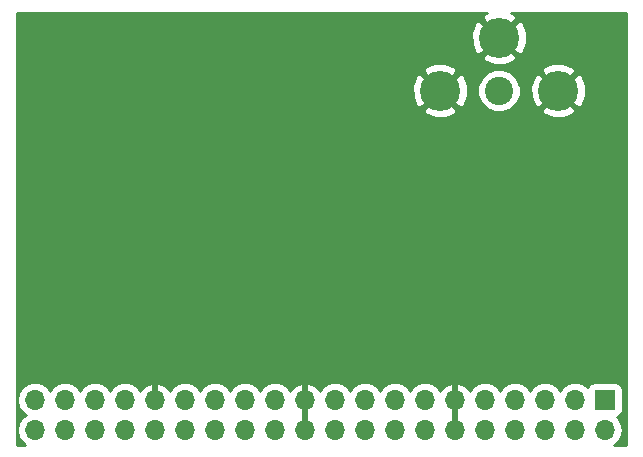
<source format=gbr>
G04 #@! TF.GenerationSoftware,KiCad,Pcbnew,(5.0.0-rc2-dev-321-g78161b592)*
G04 #@! TF.CreationDate,2018-04-15T21:01:50-04:00*
G04 #@! TF.ProjectId,VideoDACRAM,566964656F44414352414D2E6B696361,rev?*
G04 #@! TF.SameCoordinates,Original*
G04 #@! TF.FileFunction,Copper,L2,Bot,Signal*
G04 #@! TF.FilePolarity,Positive*
%FSLAX46Y46*%
G04 Gerber Fmt 4.6, Leading zero omitted, Abs format (unit mm)*
G04 Created by KiCad (PCBNEW (5.0.0-rc2-dev-321-g78161b592)) date 04/15/18 21:01:50*
%MOMM*%
%LPD*%
G01*
G04 APERTURE LIST*
%ADD10C,2.400000*%
%ADD11C,3.400000*%
%ADD12R,1.700000X1.700000*%
%ADD13O,1.700000X1.700000*%
%ADD14C,0.381000*%
%ADD15C,0.800000*%
%ADD16C,0.254000*%
G04 APERTURE END LIST*
D10*
X129540000Y-57332000D03*
D11*
X129540000Y-52832000D03*
X134540000Y-57332000D03*
X124540000Y-57332000D03*
D12*
X138500000Y-83500000D03*
D13*
X138500000Y-86040000D03*
X135960000Y-83500000D03*
X135960000Y-86040000D03*
X133420000Y-83500000D03*
X133420000Y-86040000D03*
X130880000Y-83500000D03*
X130880000Y-86040000D03*
X128340000Y-83500000D03*
X128340000Y-86040000D03*
X125800000Y-83500000D03*
X125800000Y-86040000D03*
X123260000Y-83500000D03*
X123260000Y-86040000D03*
X120720000Y-83500000D03*
X120720000Y-86040000D03*
X118180000Y-83500000D03*
X118180000Y-86040000D03*
X115640000Y-83500000D03*
X115640000Y-86040000D03*
X113100000Y-83500000D03*
X113100000Y-86040000D03*
X110560000Y-83500000D03*
X110560000Y-86040000D03*
X108020000Y-83500000D03*
X108020000Y-86040000D03*
X105480000Y-83500000D03*
X105480000Y-86040000D03*
X102940000Y-83500000D03*
X102940000Y-86040000D03*
X100400000Y-83500000D03*
X100400000Y-86040000D03*
X97860000Y-83500000D03*
X97860000Y-86040000D03*
X95320000Y-83500000D03*
X95320000Y-86040000D03*
X92780000Y-83500000D03*
X92780000Y-86040000D03*
X90240000Y-83500000D03*
X90240000Y-86040000D03*
D14*
X127508000Y-71628000D03*
X137922000Y-70612000D03*
X135114000Y-69582000D03*
X128016000Y-67056000D03*
D15*
X102300000Y-71600000D03*
X101385000Y-69685000D03*
X121955000Y-67445000D03*
X120100000Y-65300000D03*
D16*
G36*
X128245371Y-50834030D02*
X128061183Y-51173578D01*
X129540000Y-52652395D01*
X131018817Y-51173578D01*
X130834629Y-50834030D01*
X130522830Y-50710000D01*
X140290001Y-50710000D01*
X140290000Y-87290000D01*
X139302171Y-87290000D01*
X139570625Y-87110625D01*
X139898839Y-86619418D01*
X140014092Y-86040000D01*
X139898839Y-85460582D01*
X139570625Y-84969375D01*
X139552381Y-84957184D01*
X139597765Y-84948157D01*
X139807809Y-84807809D01*
X139948157Y-84597765D01*
X139997440Y-84350000D01*
X139997440Y-82650000D01*
X139948157Y-82402235D01*
X139807809Y-82192191D01*
X139597765Y-82051843D01*
X139350000Y-82002560D01*
X137650000Y-82002560D01*
X137402235Y-82051843D01*
X137192191Y-82192191D01*
X137051843Y-82402235D01*
X137042816Y-82447619D01*
X137030625Y-82429375D01*
X136539418Y-82101161D01*
X136106256Y-82015000D01*
X135813744Y-82015000D01*
X135380582Y-82101161D01*
X134889375Y-82429375D01*
X134690000Y-82727761D01*
X134490625Y-82429375D01*
X133999418Y-82101161D01*
X133566256Y-82015000D01*
X133273744Y-82015000D01*
X132840582Y-82101161D01*
X132349375Y-82429375D01*
X132150000Y-82727761D01*
X131950625Y-82429375D01*
X131459418Y-82101161D01*
X131026256Y-82015000D01*
X130733744Y-82015000D01*
X130300582Y-82101161D01*
X129809375Y-82429375D01*
X129610000Y-82727761D01*
X129410625Y-82429375D01*
X128919418Y-82101161D01*
X128486256Y-82015000D01*
X128193744Y-82015000D01*
X127760582Y-82101161D01*
X127269375Y-82429375D01*
X127056157Y-82748478D01*
X126995183Y-82618642D01*
X126566924Y-82228355D01*
X126156890Y-82058524D01*
X125927000Y-82179845D01*
X125927000Y-83373000D01*
X125947000Y-83373000D01*
X125947000Y-83627000D01*
X125927000Y-83627000D01*
X125927000Y-85913000D01*
X125947000Y-85913000D01*
X125947000Y-86167000D01*
X125927000Y-86167000D01*
X125927000Y-86187000D01*
X125673000Y-86187000D01*
X125673000Y-86167000D01*
X125653000Y-86167000D01*
X125653000Y-85913000D01*
X125673000Y-85913000D01*
X125673000Y-83627000D01*
X125653000Y-83627000D01*
X125653000Y-83373000D01*
X125673000Y-83373000D01*
X125673000Y-82179845D01*
X125443110Y-82058524D01*
X125033076Y-82228355D01*
X124604817Y-82618642D01*
X124543843Y-82748478D01*
X124330625Y-82429375D01*
X123839418Y-82101161D01*
X123406256Y-82015000D01*
X123113744Y-82015000D01*
X122680582Y-82101161D01*
X122189375Y-82429375D01*
X121990000Y-82727761D01*
X121790625Y-82429375D01*
X121299418Y-82101161D01*
X120866256Y-82015000D01*
X120573744Y-82015000D01*
X120140582Y-82101161D01*
X119649375Y-82429375D01*
X119450000Y-82727761D01*
X119250625Y-82429375D01*
X118759418Y-82101161D01*
X118326256Y-82015000D01*
X118033744Y-82015000D01*
X117600582Y-82101161D01*
X117109375Y-82429375D01*
X116910000Y-82727761D01*
X116710625Y-82429375D01*
X116219418Y-82101161D01*
X115786256Y-82015000D01*
X115493744Y-82015000D01*
X115060582Y-82101161D01*
X114569375Y-82429375D01*
X114356157Y-82748478D01*
X114295183Y-82618642D01*
X113866924Y-82228355D01*
X113456890Y-82058524D01*
X113227000Y-82179845D01*
X113227000Y-83373000D01*
X113247000Y-83373000D01*
X113247000Y-83627000D01*
X113227000Y-83627000D01*
X113227000Y-85913000D01*
X113247000Y-85913000D01*
X113247000Y-86167000D01*
X113227000Y-86167000D01*
X113227000Y-86187000D01*
X112973000Y-86187000D01*
X112973000Y-86167000D01*
X112953000Y-86167000D01*
X112953000Y-85913000D01*
X112973000Y-85913000D01*
X112973000Y-83627000D01*
X112953000Y-83627000D01*
X112953000Y-83373000D01*
X112973000Y-83373000D01*
X112973000Y-82179845D01*
X112743110Y-82058524D01*
X112333076Y-82228355D01*
X111904817Y-82618642D01*
X111843843Y-82748478D01*
X111630625Y-82429375D01*
X111139418Y-82101161D01*
X110706256Y-82015000D01*
X110413744Y-82015000D01*
X109980582Y-82101161D01*
X109489375Y-82429375D01*
X109290000Y-82727761D01*
X109090625Y-82429375D01*
X108599418Y-82101161D01*
X108166256Y-82015000D01*
X107873744Y-82015000D01*
X107440582Y-82101161D01*
X106949375Y-82429375D01*
X106750000Y-82727761D01*
X106550625Y-82429375D01*
X106059418Y-82101161D01*
X105626256Y-82015000D01*
X105333744Y-82015000D01*
X104900582Y-82101161D01*
X104409375Y-82429375D01*
X104210000Y-82727761D01*
X104010625Y-82429375D01*
X103519418Y-82101161D01*
X103086256Y-82015000D01*
X102793744Y-82015000D01*
X102360582Y-82101161D01*
X101869375Y-82429375D01*
X101656157Y-82748478D01*
X101595183Y-82618642D01*
X101166924Y-82228355D01*
X100756890Y-82058524D01*
X100527000Y-82179845D01*
X100527000Y-83373000D01*
X100547000Y-83373000D01*
X100547000Y-83627000D01*
X100527000Y-83627000D01*
X100527000Y-83647000D01*
X100273000Y-83647000D01*
X100273000Y-83627000D01*
X100253000Y-83627000D01*
X100253000Y-83373000D01*
X100273000Y-83373000D01*
X100273000Y-82179845D01*
X100043110Y-82058524D01*
X99633076Y-82228355D01*
X99204817Y-82618642D01*
X99143843Y-82748478D01*
X98930625Y-82429375D01*
X98439418Y-82101161D01*
X98006256Y-82015000D01*
X97713744Y-82015000D01*
X97280582Y-82101161D01*
X96789375Y-82429375D01*
X96590000Y-82727761D01*
X96390625Y-82429375D01*
X95899418Y-82101161D01*
X95466256Y-82015000D01*
X95173744Y-82015000D01*
X94740582Y-82101161D01*
X94249375Y-82429375D01*
X94050000Y-82727761D01*
X93850625Y-82429375D01*
X93359418Y-82101161D01*
X92926256Y-82015000D01*
X92633744Y-82015000D01*
X92200582Y-82101161D01*
X91709375Y-82429375D01*
X91510000Y-82727761D01*
X91310625Y-82429375D01*
X90819418Y-82101161D01*
X90386256Y-82015000D01*
X90093744Y-82015000D01*
X89660582Y-82101161D01*
X89169375Y-82429375D01*
X88841161Y-82920582D01*
X88725908Y-83500000D01*
X88841161Y-84079418D01*
X89169375Y-84570625D01*
X89467761Y-84770000D01*
X89169375Y-84969375D01*
X88841161Y-85460582D01*
X88725908Y-86040000D01*
X88841161Y-86619418D01*
X89169375Y-87110625D01*
X89437829Y-87290000D01*
X88710000Y-87290000D01*
X88710000Y-58990422D01*
X123061183Y-58990422D01*
X123245371Y-59329970D01*
X124108509Y-59673316D01*
X125037336Y-59660218D01*
X125834629Y-59329970D01*
X126018817Y-58990422D01*
X124540000Y-57511605D01*
X123061183Y-58990422D01*
X88710000Y-58990422D01*
X88710000Y-56900509D01*
X122198684Y-56900509D01*
X122211782Y-57829336D01*
X122542030Y-58626629D01*
X122881578Y-58810817D01*
X124360395Y-57332000D01*
X124719605Y-57332000D01*
X126198422Y-58810817D01*
X126537970Y-58626629D01*
X126881316Y-57763491D01*
X126870085Y-56966996D01*
X127705000Y-56966996D01*
X127705000Y-57697004D01*
X127984362Y-58371444D01*
X128500556Y-58887638D01*
X129174996Y-59167000D01*
X129905004Y-59167000D01*
X130331301Y-58990422D01*
X133061183Y-58990422D01*
X133245371Y-59329970D01*
X134108509Y-59673316D01*
X135037336Y-59660218D01*
X135834629Y-59329970D01*
X136018817Y-58990422D01*
X134540000Y-57511605D01*
X133061183Y-58990422D01*
X130331301Y-58990422D01*
X130579444Y-58887638D01*
X131095638Y-58371444D01*
X131375000Y-57697004D01*
X131375000Y-56966996D01*
X131347461Y-56900509D01*
X132198684Y-56900509D01*
X132211782Y-57829336D01*
X132542030Y-58626629D01*
X132881578Y-58810817D01*
X134360395Y-57332000D01*
X134719605Y-57332000D01*
X136198422Y-58810817D01*
X136537970Y-58626629D01*
X136881316Y-57763491D01*
X136868218Y-56834664D01*
X136537970Y-56037371D01*
X136198422Y-55853183D01*
X134719605Y-57332000D01*
X134360395Y-57332000D01*
X132881578Y-55853183D01*
X132542030Y-56037371D01*
X132198684Y-56900509D01*
X131347461Y-56900509D01*
X131095638Y-56292556D01*
X130579444Y-55776362D01*
X130331302Y-55673578D01*
X133061183Y-55673578D01*
X134540000Y-57152395D01*
X136018817Y-55673578D01*
X135834629Y-55334030D01*
X134971491Y-54990684D01*
X134042664Y-55003782D01*
X133245371Y-55334030D01*
X133061183Y-55673578D01*
X130331302Y-55673578D01*
X129905004Y-55497000D01*
X129174996Y-55497000D01*
X128500556Y-55776362D01*
X127984362Y-56292556D01*
X127705000Y-56966996D01*
X126870085Y-56966996D01*
X126868218Y-56834664D01*
X126537970Y-56037371D01*
X126198422Y-55853183D01*
X124719605Y-57332000D01*
X124360395Y-57332000D01*
X122881578Y-55853183D01*
X122542030Y-56037371D01*
X122198684Y-56900509D01*
X88710000Y-56900509D01*
X88710000Y-55673578D01*
X123061183Y-55673578D01*
X124540000Y-57152395D01*
X126018817Y-55673578D01*
X125834629Y-55334030D01*
X124971491Y-54990684D01*
X124042664Y-55003782D01*
X123245371Y-55334030D01*
X123061183Y-55673578D01*
X88710000Y-55673578D01*
X88710000Y-54490422D01*
X128061183Y-54490422D01*
X128245371Y-54829970D01*
X129108509Y-55173316D01*
X130037336Y-55160218D01*
X130834629Y-54829970D01*
X131018817Y-54490422D01*
X129540000Y-53011605D01*
X128061183Y-54490422D01*
X88710000Y-54490422D01*
X88710000Y-52400509D01*
X127198684Y-52400509D01*
X127211782Y-53329336D01*
X127542030Y-54126629D01*
X127881578Y-54310817D01*
X129360395Y-52832000D01*
X129719605Y-52832000D01*
X131198422Y-54310817D01*
X131537970Y-54126629D01*
X131881316Y-53263491D01*
X131868218Y-52334664D01*
X131537970Y-51537371D01*
X131198422Y-51353183D01*
X129719605Y-52832000D01*
X129360395Y-52832000D01*
X127881578Y-51353183D01*
X127542030Y-51537371D01*
X127198684Y-52400509D01*
X88710000Y-52400509D01*
X88710000Y-50710000D01*
X128544807Y-50710000D01*
X128245371Y-50834030D01*
X128245371Y-50834030D01*
G37*
X128245371Y-50834030D02*
X128061183Y-51173578D01*
X129540000Y-52652395D01*
X131018817Y-51173578D01*
X130834629Y-50834030D01*
X130522830Y-50710000D01*
X140290001Y-50710000D01*
X140290000Y-87290000D01*
X139302171Y-87290000D01*
X139570625Y-87110625D01*
X139898839Y-86619418D01*
X140014092Y-86040000D01*
X139898839Y-85460582D01*
X139570625Y-84969375D01*
X139552381Y-84957184D01*
X139597765Y-84948157D01*
X139807809Y-84807809D01*
X139948157Y-84597765D01*
X139997440Y-84350000D01*
X139997440Y-82650000D01*
X139948157Y-82402235D01*
X139807809Y-82192191D01*
X139597765Y-82051843D01*
X139350000Y-82002560D01*
X137650000Y-82002560D01*
X137402235Y-82051843D01*
X137192191Y-82192191D01*
X137051843Y-82402235D01*
X137042816Y-82447619D01*
X137030625Y-82429375D01*
X136539418Y-82101161D01*
X136106256Y-82015000D01*
X135813744Y-82015000D01*
X135380582Y-82101161D01*
X134889375Y-82429375D01*
X134690000Y-82727761D01*
X134490625Y-82429375D01*
X133999418Y-82101161D01*
X133566256Y-82015000D01*
X133273744Y-82015000D01*
X132840582Y-82101161D01*
X132349375Y-82429375D01*
X132150000Y-82727761D01*
X131950625Y-82429375D01*
X131459418Y-82101161D01*
X131026256Y-82015000D01*
X130733744Y-82015000D01*
X130300582Y-82101161D01*
X129809375Y-82429375D01*
X129610000Y-82727761D01*
X129410625Y-82429375D01*
X128919418Y-82101161D01*
X128486256Y-82015000D01*
X128193744Y-82015000D01*
X127760582Y-82101161D01*
X127269375Y-82429375D01*
X127056157Y-82748478D01*
X126995183Y-82618642D01*
X126566924Y-82228355D01*
X126156890Y-82058524D01*
X125927000Y-82179845D01*
X125927000Y-83373000D01*
X125947000Y-83373000D01*
X125947000Y-83627000D01*
X125927000Y-83627000D01*
X125927000Y-85913000D01*
X125947000Y-85913000D01*
X125947000Y-86167000D01*
X125927000Y-86167000D01*
X125927000Y-86187000D01*
X125673000Y-86187000D01*
X125673000Y-86167000D01*
X125653000Y-86167000D01*
X125653000Y-85913000D01*
X125673000Y-85913000D01*
X125673000Y-83627000D01*
X125653000Y-83627000D01*
X125653000Y-83373000D01*
X125673000Y-83373000D01*
X125673000Y-82179845D01*
X125443110Y-82058524D01*
X125033076Y-82228355D01*
X124604817Y-82618642D01*
X124543843Y-82748478D01*
X124330625Y-82429375D01*
X123839418Y-82101161D01*
X123406256Y-82015000D01*
X123113744Y-82015000D01*
X122680582Y-82101161D01*
X122189375Y-82429375D01*
X121990000Y-82727761D01*
X121790625Y-82429375D01*
X121299418Y-82101161D01*
X120866256Y-82015000D01*
X120573744Y-82015000D01*
X120140582Y-82101161D01*
X119649375Y-82429375D01*
X119450000Y-82727761D01*
X119250625Y-82429375D01*
X118759418Y-82101161D01*
X118326256Y-82015000D01*
X118033744Y-82015000D01*
X117600582Y-82101161D01*
X117109375Y-82429375D01*
X116910000Y-82727761D01*
X116710625Y-82429375D01*
X116219418Y-82101161D01*
X115786256Y-82015000D01*
X115493744Y-82015000D01*
X115060582Y-82101161D01*
X114569375Y-82429375D01*
X114356157Y-82748478D01*
X114295183Y-82618642D01*
X113866924Y-82228355D01*
X113456890Y-82058524D01*
X113227000Y-82179845D01*
X113227000Y-83373000D01*
X113247000Y-83373000D01*
X113247000Y-83627000D01*
X113227000Y-83627000D01*
X113227000Y-85913000D01*
X113247000Y-85913000D01*
X113247000Y-86167000D01*
X113227000Y-86167000D01*
X113227000Y-86187000D01*
X112973000Y-86187000D01*
X112973000Y-86167000D01*
X112953000Y-86167000D01*
X112953000Y-85913000D01*
X112973000Y-85913000D01*
X112973000Y-83627000D01*
X112953000Y-83627000D01*
X112953000Y-83373000D01*
X112973000Y-83373000D01*
X112973000Y-82179845D01*
X112743110Y-82058524D01*
X112333076Y-82228355D01*
X111904817Y-82618642D01*
X111843843Y-82748478D01*
X111630625Y-82429375D01*
X111139418Y-82101161D01*
X110706256Y-82015000D01*
X110413744Y-82015000D01*
X109980582Y-82101161D01*
X109489375Y-82429375D01*
X109290000Y-82727761D01*
X109090625Y-82429375D01*
X108599418Y-82101161D01*
X108166256Y-82015000D01*
X107873744Y-82015000D01*
X107440582Y-82101161D01*
X106949375Y-82429375D01*
X106750000Y-82727761D01*
X106550625Y-82429375D01*
X106059418Y-82101161D01*
X105626256Y-82015000D01*
X105333744Y-82015000D01*
X104900582Y-82101161D01*
X104409375Y-82429375D01*
X104210000Y-82727761D01*
X104010625Y-82429375D01*
X103519418Y-82101161D01*
X103086256Y-82015000D01*
X102793744Y-82015000D01*
X102360582Y-82101161D01*
X101869375Y-82429375D01*
X101656157Y-82748478D01*
X101595183Y-82618642D01*
X101166924Y-82228355D01*
X100756890Y-82058524D01*
X100527000Y-82179845D01*
X100527000Y-83373000D01*
X100547000Y-83373000D01*
X100547000Y-83627000D01*
X100527000Y-83627000D01*
X100527000Y-83647000D01*
X100273000Y-83647000D01*
X100273000Y-83627000D01*
X100253000Y-83627000D01*
X100253000Y-83373000D01*
X100273000Y-83373000D01*
X100273000Y-82179845D01*
X100043110Y-82058524D01*
X99633076Y-82228355D01*
X99204817Y-82618642D01*
X99143843Y-82748478D01*
X98930625Y-82429375D01*
X98439418Y-82101161D01*
X98006256Y-82015000D01*
X97713744Y-82015000D01*
X97280582Y-82101161D01*
X96789375Y-82429375D01*
X96590000Y-82727761D01*
X96390625Y-82429375D01*
X95899418Y-82101161D01*
X95466256Y-82015000D01*
X95173744Y-82015000D01*
X94740582Y-82101161D01*
X94249375Y-82429375D01*
X94050000Y-82727761D01*
X93850625Y-82429375D01*
X93359418Y-82101161D01*
X92926256Y-82015000D01*
X92633744Y-82015000D01*
X92200582Y-82101161D01*
X91709375Y-82429375D01*
X91510000Y-82727761D01*
X91310625Y-82429375D01*
X90819418Y-82101161D01*
X90386256Y-82015000D01*
X90093744Y-82015000D01*
X89660582Y-82101161D01*
X89169375Y-82429375D01*
X88841161Y-82920582D01*
X88725908Y-83500000D01*
X88841161Y-84079418D01*
X89169375Y-84570625D01*
X89467761Y-84770000D01*
X89169375Y-84969375D01*
X88841161Y-85460582D01*
X88725908Y-86040000D01*
X88841161Y-86619418D01*
X89169375Y-87110625D01*
X89437829Y-87290000D01*
X88710000Y-87290000D01*
X88710000Y-58990422D01*
X123061183Y-58990422D01*
X123245371Y-59329970D01*
X124108509Y-59673316D01*
X125037336Y-59660218D01*
X125834629Y-59329970D01*
X126018817Y-58990422D01*
X124540000Y-57511605D01*
X123061183Y-58990422D01*
X88710000Y-58990422D01*
X88710000Y-56900509D01*
X122198684Y-56900509D01*
X122211782Y-57829336D01*
X122542030Y-58626629D01*
X122881578Y-58810817D01*
X124360395Y-57332000D01*
X124719605Y-57332000D01*
X126198422Y-58810817D01*
X126537970Y-58626629D01*
X126881316Y-57763491D01*
X126870085Y-56966996D01*
X127705000Y-56966996D01*
X127705000Y-57697004D01*
X127984362Y-58371444D01*
X128500556Y-58887638D01*
X129174996Y-59167000D01*
X129905004Y-59167000D01*
X130331301Y-58990422D01*
X133061183Y-58990422D01*
X133245371Y-59329970D01*
X134108509Y-59673316D01*
X135037336Y-59660218D01*
X135834629Y-59329970D01*
X136018817Y-58990422D01*
X134540000Y-57511605D01*
X133061183Y-58990422D01*
X130331301Y-58990422D01*
X130579444Y-58887638D01*
X131095638Y-58371444D01*
X131375000Y-57697004D01*
X131375000Y-56966996D01*
X131347461Y-56900509D01*
X132198684Y-56900509D01*
X132211782Y-57829336D01*
X132542030Y-58626629D01*
X132881578Y-58810817D01*
X134360395Y-57332000D01*
X134719605Y-57332000D01*
X136198422Y-58810817D01*
X136537970Y-58626629D01*
X136881316Y-57763491D01*
X136868218Y-56834664D01*
X136537970Y-56037371D01*
X136198422Y-55853183D01*
X134719605Y-57332000D01*
X134360395Y-57332000D01*
X132881578Y-55853183D01*
X132542030Y-56037371D01*
X132198684Y-56900509D01*
X131347461Y-56900509D01*
X131095638Y-56292556D01*
X130579444Y-55776362D01*
X130331302Y-55673578D01*
X133061183Y-55673578D01*
X134540000Y-57152395D01*
X136018817Y-55673578D01*
X135834629Y-55334030D01*
X134971491Y-54990684D01*
X134042664Y-55003782D01*
X133245371Y-55334030D01*
X133061183Y-55673578D01*
X130331302Y-55673578D01*
X129905004Y-55497000D01*
X129174996Y-55497000D01*
X128500556Y-55776362D01*
X127984362Y-56292556D01*
X127705000Y-56966996D01*
X126870085Y-56966996D01*
X126868218Y-56834664D01*
X126537970Y-56037371D01*
X126198422Y-55853183D01*
X124719605Y-57332000D01*
X124360395Y-57332000D01*
X122881578Y-55853183D01*
X122542030Y-56037371D01*
X122198684Y-56900509D01*
X88710000Y-56900509D01*
X88710000Y-55673578D01*
X123061183Y-55673578D01*
X124540000Y-57152395D01*
X126018817Y-55673578D01*
X125834629Y-55334030D01*
X124971491Y-54990684D01*
X124042664Y-55003782D01*
X123245371Y-55334030D01*
X123061183Y-55673578D01*
X88710000Y-55673578D01*
X88710000Y-54490422D01*
X128061183Y-54490422D01*
X128245371Y-54829970D01*
X129108509Y-55173316D01*
X130037336Y-55160218D01*
X130834629Y-54829970D01*
X131018817Y-54490422D01*
X129540000Y-53011605D01*
X128061183Y-54490422D01*
X88710000Y-54490422D01*
X88710000Y-52400509D01*
X127198684Y-52400509D01*
X127211782Y-53329336D01*
X127542030Y-54126629D01*
X127881578Y-54310817D01*
X129360395Y-52832000D01*
X129719605Y-52832000D01*
X131198422Y-54310817D01*
X131537970Y-54126629D01*
X131881316Y-53263491D01*
X131868218Y-52334664D01*
X131537970Y-51537371D01*
X131198422Y-51353183D01*
X129719605Y-52832000D01*
X129360395Y-52832000D01*
X127881578Y-51353183D01*
X127542030Y-51537371D01*
X127198684Y-52400509D01*
X88710000Y-52400509D01*
X88710000Y-50710000D01*
X128544807Y-50710000D01*
X128245371Y-50834030D01*
M02*

</source>
